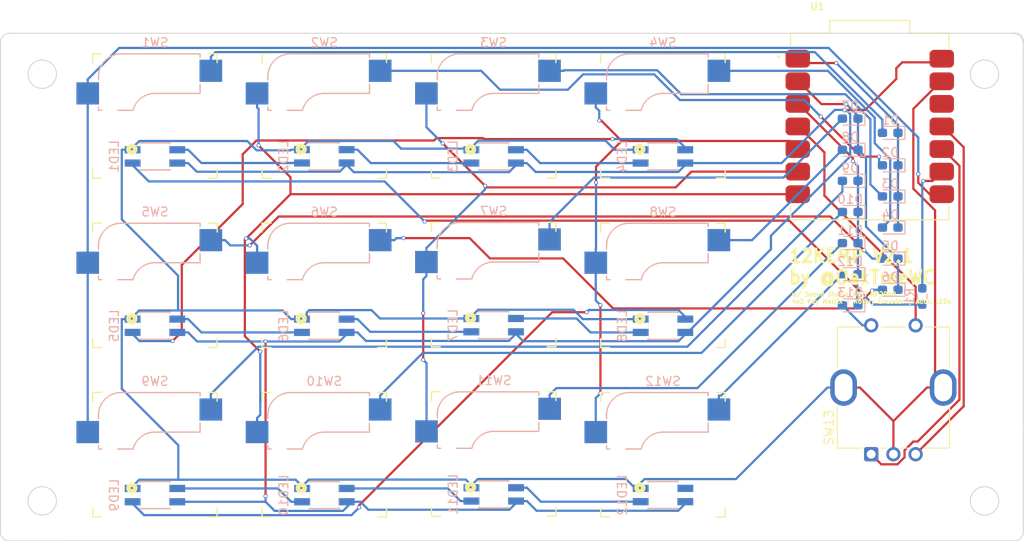
<source format=kicad_pcb>
(kicad_pcb (version 20240108) (generator "pcbnew") (generator_version "8.0")
  (layers (0 "F.Cu" signal) (31 "B.Cu" signal) (34 "B.Paste" user) (35 "F.Paste" user) (36 "B.SilkS" user "B.Silkscreen") (37 "F.SilkS" user "F.Silkscreen") (38 "B.Mask" user) (39 "F.Mask" user) (44 "Edge.Cuts" user))
  (net 0 "")
  (net 1 "GND")
  (net 2 "/Row1")
  (net 3 "Net-(D1-A)")
  (net 4 "/Row2")
  (net 5 "Net-(D2-A)")
  (net 6 "/Row3")
  (net 7 "Net-(D3-A)")
  (net 8 "Net-(D4-A)")
  (net 9 "Net-(D5-A)")
  (net 10 "Net-(D6-A)")
  (net 11 "Net-(D7-A)")
  (net 12 "Net-(D8-A)")
  (net 13 "Net-(D9-A)")
  (net 14 "Net-(D10-A)")
  (net 15 "Net-(D11-A)")
  (net 16 "Net-(D12-A)")
  (net 17 "/Col5")
  (net 18 "/Encoder_A")
  (net 19 "/Encoder_B")
  (net 20 "/Col1")
  (net 21 "/Col4")
  (net 22 "/Col2")
  (net 23 "/Col3")
  (net 24 "/NPDATA2")
  (net 25 "Net-(LED1-DOUT)")
  (net 26 "Net-(LED1-DIN)")
  (net 27 "Net-(LED2-DOUT)")
  (net 28 "Net-(LED3-DOUT)")
  (net 29 "Net-(LED4-DOUT)")
  (net 30 "Net-(LED5-DOUT)")
  (net 31 "Net-(LED6-DOUT)")
  (net 32 "Net-(LED7-DOUT)")
  (net 33 "Net-(LED8-DOUT)")
  (net 34 "Net-(LED10-DIN)")
  (net 35 "Net-(LED10-DOUT)")
  (net 36 "Net-(LED11-DOUT)")
  (net 38 "+5V")
  (net 39 "+3V3")
  (net 40 "Net-(D13-A)")
  (footprint "KalihChocV1:Kailh_socket_MX" (layer "F.Cu") (at 128.7275 70.7)
    (property "Reference" "SW2")
    (property "Value" "MXSocket")
  )
  (footprint "KalihChocV1:Kailh_socket_MX" (layer "F.Cu") (at 147.7775 89.67)
    (property "Reference" "SW7")
    (property "Value" "MXSocket")
  )
  (footprint "KalihChocV1:Kailh_socket_MX" (layer "F.Cu") (at 109.6775 89.75)
    (property "Reference" "SW5")
    (property "Value" "MXSocket")
  )
  (footprint "102010428:MODULE_102010428" (layer "F.Cu") (at 190.0895 71.88)
    (property "Reference" "U1")
    (property "Value" "102010428")
  )
  (footprint "KalihChocV1:Kailh_socket_MX" (layer "F.Cu") (at 147.79 108.72)
    (property "Reference" "SW11")
    (property "Value" "MXSocket")
  )
  (footprint "KalihChocV1:Kailh_socket_MX" (layer "F.Cu") (at 128.7275 108.8)
    (property "Reference" "SW10")
    (property "Value" "MXSocket")
  )
  (footprint "KalihChocV1:Kailh_socket_MX" (layer "F.Cu") (at 109.6775 70.7)
    (property "Reference" "SW1")
    (property "Value" "MXSocket")
  )
  (footprint "KalihChocV1:Kailh_socket_MX" (layer "F.Cu") (at 166.8275 89.75)
    (property "Reference" "SW8")
    (property "Value" "MXSocket")
  )
  (footprint "KalihChocV1:Kailh_socket_MX" (layer "F.Cu") (at 128.7275 89.75)
    (property "Reference" "SW6")
    (property "Value" "MXSocket")
  )
  (footprint "KalihChocV1:Kailh_socket_MX" (layer "F.Cu") (at 109.6775 108.8)
    (property "Reference" "SW9")
    (property "Value" "MXSocket")
  )
  (footprint "KalihChocV1:Kailh_socket_MX" (layer "F.Cu") (at 166.8275 108.8)
    (property "Reference" "SW12")
    (property "Value" "MXSocket")
  )
  (footprint "KalihChocV1:Kailh_socket_MX" (layer "F.Cu") (at 147.7775 70.7)
    (property "Reference" "SW3")
    (property "Value" "MXSocket")
  )
  (footprint "Rotary_Encoder:RotaryEncoder_Bourns_Vertical_PEC12R-3x17F-Sxxxx" (layer "F.Cu") (at 190.25 108.75 90)
    (property "Reference" "SW13")
    (property "Value" "RotaryEncoder_Switch")
  )
  (footprint "KalihChocV1:Kailh_socket_MX" (layer "F.Cu") (at 166.8275 70.7)
    (property "Reference" "SW4")
    (property "Value" "MXSocket")
  )
  (footprint "4960 NeoPixels:4960_ADA" (layer "B.Cu") (at 128.73 94.3 180)
    (property "Reference" "LED6")
    (property "Value" "NeoPixel_THT")
    (fp_line (start 1.65 -1.35) (end 1.65 1.35) (stroke (width 0.0254)) (layer "Edge.Cuts"))
    (fp_line (start -1.55 1.45) (end 1.55 1.45) (stroke (width 0.0254)) (layer "Edge.Cuts"))
    (fp_line (start -1.55 -1.45) (end 1.55 -1.45) (stroke (width 0.0254)) (layer "Edge.Cuts"))
    (fp_line (start -1.65 1.35) (end -1.65 -1.35) (stroke (width 0.0254)) (layer "Edge.Cuts"))
    (fp_arc (start 1.65 1.35) (mid 1.620711 1.420711) (end 1.55 1.45) (stroke (width 0.05)) (layer "Edge.Cuts"))
    (fp_arc (start 1.55 -1.45) (mid 1.620711 -1.420711) (end 1.65 -1.35) (stroke (width 0.05)) (layer "Edge.Cuts"))
    (fp_arc (start -1.55 1.45) (mid -1.620711 1.420711) (end -1.65 1.35) (stroke (width 0.05)) (layer "Edge.Cuts"))
    (fp_arc (start -1.65 -1.35) (mid -1.620711 -1.420711) (end -1.55 -1.45) (stroke (width 0.05)) (layer "Edge.Cuts"))
  )
  (footprint "Diode_SMD:D_0603_1608Metric_Pad1.05x0.95mm_HandSolder" (layer "B.Cu") (at 187.8895 74.5 180)
    (property "Reference" "D8")
    (property "Value" "D_Schottky")
  )
  (footprint "4960 NeoPixels:4960_ADA" (layer "B.Cu") (at 109.68 113.35 180)
    (property "Reference" "LED9")
    (property "Value" "NeoPixel_THT")
    (fp_line (start 1.65 -1.35) (end 1.65 1.35) (stroke (width 0.0254)) (layer "Edge.Cuts"))
    (fp_line (start -1.55 1.45) (end 1.55 1.45) (stroke (width 0.0254)) (layer "Edge.Cuts"))
    (fp_line (start -1.55 -1.45) (end 1.55 -1.45) (stroke (width 0.0254)) (layer "Edge.Cuts"))
    (fp_line (start -1.65 1.35) (end -1.65 -1.35) (stroke (width 0.0254)) (layer "Edge.Cuts"))
    (fp_arc (start 1.65 1.35) (mid 1.620711 1.420711) (end 1.55 1.45) (stroke (width 0.05)) (layer "Edge.Cuts"))
    (fp_arc (start 1.55 -1.45) (mid 1.620711 -1.420711) (end 1.65 -1.35) (stroke (width 0.05)) (layer "Edge.Cuts"))
    (fp_arc (start -1.55 1.45) (mid -1.620711 1.420711) (end -1.65 1.35) (stroke (width 0.05)) (layer "Edge.Cuts"))
    (fp_arc (start -1.65 -1.35) (mid -1.620711 -1.420711) (end -1.55 -1.45) (stroke (width 0.05)) (layer "Edge.Cuts"))
  )
  (footprint "Diode_SMD:D_0603_1608Metric_Pad1.05x0.95mm_HandSolder" (layer "B.Cu") (at 192.3895 79.75 180)
    (property "Reference" "D3")
    (property "Value" "D_Schottky")
  )
  (footprint "Diode_SMD:D_0603_1608Metric_Pad1.05x0.95mm_HandSolder" (layer "B.Cu") (at 192.3895 90.25 180)
    (property "Reference" "D6")
    (property "Value" "D_Schottky")
  )
  (footprint "4960 NeoPixels:4960_ADA" (layer "B.Cu") (at 109.68 75.25 180)
    (property "Reference" "LED1")
    (property "Value" "NeoPixel_THT")
    (fp_line (start 1.65 -1.35) (end 1.65 1.35) (stroke (width 0.0254)) (layer "Edge.Cuts"))
    (fp_line (start -1.55 1.45) (end 1.55 1.45) (stroke (width 0.0254)) (layer "Edge.Cuts"))
    (fp_line (start -1.55 -1.45) (end 1.55 -1.45) (stroke (width 0.0254)) (layer "Edge.Cuts"))
    (fp_line (start -1.65 1.35) (end -1.65 -1.35) (stroke (width 0.0254)) (layer "Edge.Cuts"))
    (fp_arc (start 1.65 1.35) (mid 1.620711 1.420711) (end 1.55 1.45) (stroke (width 0.05)) (layer "Edge.Cuts"))
    (fp_arc (start 1.55 -1.45) (mid 1.620711 -1.420711) (end 1.65 -1.35) (stroke (width 0.05)) (layer "Edge.Cuts"))
    (fp_arc (start -1.55 1.45) (mid -1.620711 1.420711) (end -1.65 1.35) (stroke (width 0.05)) (layer "Edge.Cuts"))
    (fp_arc (start -1.65 -1.35) (mid -1.620711 -1.420711) (end -1.55 -1.45) (stroke (width 0.05)) (layer "Edge.Cuts"))
  )
  (footprint "Diode_SMD:D_0603_1608Metric_Pad1.05x0.95mm_HandSolder" (layer "B.Cu") (at 187.8895 92 180)
    (property "Reference" "D13")
    (property "Value" "D_Schottky")
  )
  (footprint "Diode_SMD:D_0603_1608Metric_Pad1.05x0.95mm_HandSolder" (layer "B.Cu") (at 187.8895 85 180)
    (property "Reference" "D11")
    (property "Value" "D_Schottky")
  )
  (footprint "Diode_SMD:D_0603_1608Metric_Pad1.05x0.95mm_HandSolder" (layer "B.Cu") (at 192.3895 72.6 180)
    (property "Reference" "D1")
    (property "Value" "D_Schottky")
  )
  (footprint "4960 NeoPixels:4960_ADA" (layer "B.Cu") (at 147.78 75.25 180)
    (property "Reference" "LED3")
    (property "Value" "NeoPixel_THT")
    (fp_line (start 1.65 -1.35) (end 1.65 1.35) (stroke (width 0.0254)) (layer "Edge.Cuts"))
    (fp_line (start -1.55 1.45) (end 1.55 1.45) (stroke (width 0.0254)) (layer "Edge.Cuts"))
    (fp_line (start -1.55 -1.45) (end 1.55 -1.45) (stroke (width 0.0254)) (layer "Edge.Cuts"))
    (fp_line (start -1.65 1.35) (end -1.65 -1.35) (stroke (width 0.0254)) (layer "Edge.Cuts"))
    (fp_arc (start 1.65 1.35) (mid 1.620711 1.420711) (end 1.55 1.45) (stroke (width 0.05)) (layer "Edge.Cuts"))
    (fp_arc (start 1.55 -1.45) (mid 1.620711 -1.420711) (end 1.65 -1.35) (stroke (width 0.05)) (layer "Edge.Cuts"))
    (fp_arc (start -1.55 1.45) (mid -1.620711 1.420711) (end -1.65 1.35) (stroke (width 0.05)) (layer "Edge.Cuts"))
    (fp_arc (start -1.65 -1.35) (mid -1.620711 -1.420711) (end -1.55 -1.45) (stroke (width 0.05)) (layer "Edge.Cuts"))
  )
  (footprint "Diode_SMD:D_0603_1608Metric_Pad1.05x0.95mm_HandSolder" (layer "B.Cu") (at 187.8895 81.5 180)
    (property "Reference" "D10")
    (property "Value" "D_Schottky")
  )
  (footprint "4960 NeoPixels:4960_ADA" (layer "B.Cu") (at 166.82 75.25 180)
    (property "Reference" "LED4")
    (property "Value" "NeoPixel_THT")
    (fp_line (start 1.65 -1.35) (end 1.65 1.35) (stroke (width 0.0254)) (layer "Edge.Cuts"))
    (fp_line (start -1.55 1.45) (end 1.55 1.45) (stroke (width 0.0254)) (layer "Edge.Cuts"))
    (fp_line (start -1.55 -1.45) (end 1.55 -1.45) (stroke (width 0.0254)) (layer "Edge.Cuts"))
    (fp_line (start -1.65 1.35) (end -1.65 -1.35) (stroke (width 0.0254)) (layer "Edge.Cuts"))
    (fp_arc (start 1.65 1.35) (mid 1.620711 1.420711) (end 1.55 1.45) (stroke (width 0.05)) (layer "Edge.Cuts"))
    (fp_arc (start 1.55 -1.45) (mid 1.620711 -1.420711) (end 1.65 -1.35) (stroke (width 0.05)) (layer "Edge.Cuts"))
    (fp_arc (start -1.55 1.45) (mid -1.620711 1.420711) (end -1.65 1.35) (stroke (width 0.05)) (layer "Edge.Cuts"))
    (fp_arc (start -1.65 -1.35) (mid -1.620711 -1.420711) (end -1.55 -1.45) (stroke (width 0.05)) (layer "Edge.Cuts"))
  )
  (footprint "4960 NeoPixels:4960_ADA" (layer "B.Cu") (at 109.68 94.3 180)
    (property "Reference" "LED5")
    (property "Value" "NeoPixel_THT")
    (fp_line (start 1.65 -1.35) (end 1.65 1.35) (stroke (width 0.0254)) (layer "Edge.Cuts"))
    (fp_line (start -1.55 1.45) (end 1.55 1.45) (stroke (width 0.0254)) (layer "Edge.Cuts"))
    (fp_line (start -1.55 -1.45) (end 1.55 -1.45) (stroke (width 0.0254)) (layer "Edge.Cuts"))
    (fp_line (start -1.65 1.35) (end -1.65 -1.35) (stroke (width 0.0254)) (layer "Edge.Cuts"))
    (fp_arc (start 1.65 1.35) (mid 1.620711 1.420711) (end 1.55 1.45) (stroke (width 0.05)) (layer "Edge.Cuts"))
    (fp_arc (start 1.55 -1.45) (mid 1.620711 -1.420711) (end 1.65 -1.35) (stroke (width 0.05)) (layer "Edge.Cuts"))
    (fp_arc (start -1.55 1.45) (mid -1.620711 1.420711) (end -1.65 1.35) (stroke (width 0.05)) (layer "Edge.Cuts"))
    (fp_arc (start -1.65 -1.35) (mid -1.620711 -1.420711) (end -1.55 -1.45) (stroke (width 0.05)) (layer "Edge.Cuts"))
  )
  (footprint "4960 NeoPixels:4960_ADA" (layer "B.Cu") (at 166.83 94.3 180)
    (property "Reference" "LED8")
    (property "Value" "NeoPixel_THT")
    (fp_line (start 1.65 -1.35) (end 1.65 1.35) (stroke (width 0.0254)) (layer "Edge.Cuts"))
    (fp_line (start -1.55 1.45) (end 1.55 1.45) (stroke (width 0.0254)) (layer "Edge.Cuts"))
    (fp_line (start -1.55 -1.45) (end 1.55 -1.45) (stroke (width 0.0254)) (layer "Edge.Cuts"))
    (fp_line (start -1.65 1.35) (end -1.65 -1.35) (stroke (width 0.0254)) (layer "Edge.Cuts"))
    (fp_arc (start 1.65 1.35) (mid 1.620711 1.420711) (end 1.55 1.45) (stroke (width 0.05)) (layer "Edge.Cuts"))
    (fp_arc (start 1.55 -1.45) (mid 1.620711 -1.420711) (end 1.65 -1.35) (stroke (width 0.05)) (layer "Edge.Cuts"))
    (fp_arc (start -1.55 1.45) (mid -1.620711 1.420711) (end -1.65 1.35) (stroke (width 0.05)) (layer "Edge.Cuts"))
    (fp_arc (start -1.65 -1.35) (mid -1.620711 -1.420711) (end -1.55 -1.45) (stroke (width 0.05)) (layer "Edge.Cuts"))
  )
  (footprint "Diode_SMD:D_0603_1608Metric_Pad1.05x0.95mm_HandSolder" (layer "B.Cu") (at 192.3895 86.75 180)
    (property "Reference" "D5")
    (property "Value" "D_Schottky")
  )
  (footprint "Diode_SMD:D_0603_1608Metric_Pad1.05x0.95mm_HandSolder" (layer "B.Cu") (at 187.8895 78 180)
    (property "Reference" "D9")
    (property "Value" "D_Schottky")
  )
  (footprint "4960 NeoPixels:4960_ADA" (layer "B.Cu") (at 147.78 94.23 180)
    (property "Reference" "LED7")
    (property "Value" "NeoPixel_THT")
    (fp_line (start 1.65 -1.35) (end 1.65 1.35) (stroke (width 0.0254)) (layer "Edge.Cuts"))
    (fp_line (start -1.55 1.45) (end 1.55 1.45) (stroke (width 0.0254)) (layer "Edge.Cuts"))
    (fp_line (start -1.55 -1.45) (end 1.55 -1.45) (stroke (width 0.0254)) (layer "Edge.Cuts"))
    (fp_line (start -1.65 1.35) (end -1.65 -1.35) (stroke (width 0.0254)) (layer "Edge.Cuts"))
    (fp_arc (start 1.65 1.35) (mid 1.620711 1.420711) (end 1.55 1.45) (stroke (width 0.05)) (layer "Edge.Cuts"))
    (fp_arc (start 1.55 -1.45) (mid 1.620711 -1.420711) (end 1.65 -1.35) (stroke (width 0.05)) (layer "Edge.Cuts"))
    (fp_arc (start -1.55 1.45) (mid -1.620711 1.420711) (end -1.65 1.35) (stroke (width 0.05)) (layer "Edge.Cuts"))
    (fp_arc (start -1.65 -1.35) (mid -1.620711 -1.420711) (end -1.55 -1.45) (stroke (width 0.05)) (layer "Edge.Cuts"))
  )
  (footprint "4960 NeoPixels:4960_ADA" (layer "B.Cu") (at 166.83 113.34 180)
    (property "Reference" "LED12")
    (property "Value" "NeoPixel_THT")
    (fp_line (start 1.65 -1.35) (end 1.65 1.35) (stroke (width 0.0254)) (layer "Edge.Cuts"))
    (fp_line (start -1.55 1.45) (end 1.55 1.45) (stroke (width 0.0254)) (layer "Edge.Cuts"))
    (fp_line (start -1.55 -1.45) (end 1.55 -1.45) (stroke (width 0.0254)) (layer "Edge.Cuts"))
    (fp_line (start -1.65 1.35) (end -1.65 -1.35) (stroke (width 0.0254)) (layer "Edge.Cuts"))
    (fp_arc (start 1.65 1.35) (mid 1.620711 1.420711) (end 1.55 1.45) (stroke (width 0.05)) (layer "Edge.Cuts"))
    (fp_arc (start 1.55 -1.45) (mid 1.620711 -1.420711) (end 1.65 -1.35) (stroke (width 0.05)) (layer "Edge.Cuts"))
    (fp_arc (start -1.55 1.45) (mid -1.620711 1.420711) (end -1.65 1.35) (stroke (width 0.05)) (layer "Edge.Cuts"))
    (fp_arc (start -1.65 -1.35) (mid -1.620711 -1.420711) (end -1.55 -1.45) (stroke (width 0.05)) (layer "Edge.Cuts"))
  )
  (footprint "Resistor_SMD:R_0603_1608Metric_Pad0.98x0.95mm_HandSolder" (layer "B.Cu") (at 196 91 -90)
    (property "Reference" "R1")
    (property "Value" "390o")
  )
  (footprint "4960 NeoPixels:4960_ADA" (layer "B.Cu") (at 128.73 75.24 180)
    (property "Reference" "LED2")
    (property "Value" "NeoPixel_THT")
    (fp_line (start 1.65 -1.35) (end 1.65 1.35) (stroke (width 0.0254)) (layer "Edge.Cuts"))
    (fp_line (start -1.55 1.45) (end 1.55 1.45) (stroke (width 0.0254)) (layer "Edge.Cuts"))
    (fp_line (start -1.55 -1.45) (end 1.55 -1.45) (stroke (width 0.0254)) (layer "Edge.Cuts"))
    (fp_line (start -1.65 1.35) (end -1.65 -1.35) (stroke (width 0.0254)) (layer "Edge.Cuts"))
    (fp_arc (start 1.65 1.35) (mid 1.620711 1.420711) (end 1.55 1.45) (stroke (width 0.05)) (layer "Edge.Cuts"))
    (fp_arc (start 1.55 -1.45) (mid 1.620711 -1.420711) (end 1.65 -1.35) (stroke (width 0.05)) (layer "Edge.Cuts"))
    (fp_arc (start -1.55 1.45) (mid -1.620711 1.420711) (end -1.65 1.35) (stroke (width 0.05)) (layer "Edge.Cuts"))
    (fp_arc (start -1.65 -1.35) (mid -1.620711 -1.420711) (end -1.55 -1.45) (stroke (width 0.05)) (layer "Edge.Cuts"))
  )
  (footprint "4960 NeoPixels:4960_ADA" (layer "B.Cu") (at 128.74 113.35 180)
    (property "Reference" "LED10")
    (property "Value" "NeoPixel_THT")
    (fp_line (start 1.65 -1.35) (end 1.65 1.35) (stroke (width 0.0254)) (layer "Edge.Cuts"))
    (fp_line (start -1.55 1.45) (end 1.55 1.45) (stroke (width 0.0254)) (layer "Edge.Cuts"))
    (fp_line (start -1.55 -1.45) (end 1.55 -1.45) (stroke (width 0.0254)) (layer "Edge.Cuts"))
    (fp_line (start -1.65 1.35) (end -1.65 -1.35) (stroke (width 0.0254)) (layer "Edge.Cuts"))
    (fp_arc (start 1.65 1.35) (mid 1.620711 1.420711) (end 1.55 1.45) (stroke (width 0.05)) (layer "Edge.Cuts"))
    (fp_arc (start 1.55 -1.45) (mid 1.620711 -1.420711) (end 1.65 -1.35) (stroke (width 0.05)) (layer "Edge.Cuts"))
    (fp_arc (start -1.55 1.45) (mid -1.620711 1.420711) (end -1.65 1.35) (stroke (width 0.05)) (layer "Edge.Cuts"))
    (fp_arc (start -1.65 -1.35) (mid -1.620711 -1.420711) (end -1.55 -1.45) (stroke (width 0.05)) (layer "Edge.Cuts"))
  )
  (footprint "4960 NeoPixels:4960_ADA" (layer "B.Cu") (at 147.79 113.27 180)
    (property "Reference" "LED11")
    (property "Value" "NeoPixel_THT")
    (fp_line (start 1.65 -1.35) (end 1.65 1.35) (stroke (width 0.0254)) (layer "Edge.Cuts"))
    (fp_line (start -1.55 1.45) (end 1.55 1.45) (stroke (width 0.0254)) (layer "Edge.Cuts"))
    (fp_line (start -1.55 -1.45) (end 1.55 -1.45) (stroke (width 0.0254)) (layer "Edge.Cuts"))
    (fp_line (start -1.65 1.35) (end -1.65 -1.35) (stroke (width 0.0254)) (layer "Edge.Cuts"))
    (fp_arc (start 1.65 1.35) (mid 1.620711 1.420711) (end 1.55 1.45) (stroke (width 0.05)) (layer "Edge.Cuts"))
    (fp_arc (start 1.55 -1.45) (mid 1.620711 -1.420711) (end 1.65 -1.35) (stroke (width 0.05)) (layer "Edge.Cuts"))
    (fp_arc (start -1.55 1.45) (mid -1.620711 1.420711) (end -1.65 1.35) (stroke (width 0.05)) (layer "Edge.Cuts"))
    (fp_arc (start -1.65 -1.35) (mid -1.620711 -1.420711) (end -1.55 -1.45) (stroke (width 0.05)) (layer "Edge.Cuts"))
  )
  (footprint "Diode_SMD:D_0603_1608Metric_Pad1.05x0.95mm_HandSolder" (layer "B.Cu") (at 187.8895 88.5 180)
    (property "Reference" "D12")
    (property "Value" "D_Schottky")
  )
  (footprint "Diode_SMD:D_0603_1608Metric_Pad1.05x0.95mm_HandSolder" (layer "B.Cu") (at 192.3895 76.25 180)
    (property "Reference" "D2")
    (property "Value" "D_Schottky")
  )
  (footprint "Diode_SMD:D_0603_1608Metric_Pad1.05x0.95mm_HandSolder" (layer "B.Cu") (at 192.3895 83.25 180)
    (property "Reference" "D4")
    (property "Value" "D_Schottky")
  )
  (footprint "Diode_SMD:D_0603_1608Metric_Pad1.05x0.95mm_HandSolder" (layer "B.Cu") (at 187.8895 71 180)
    (property "Reference" "D7")
    (property "Value" "D_Schottky")
  )
  (gr_arc (start 207.36 117.492889) (mid 207.067109 118.2) (end 206.36 118.492889) (stroke (width 0.1)) (layer "Edge.Cuts"))
  (gr_arc (start 92.3 62.4) (mid 92.592893 61.692893) (end 93.3 61.4) (stroke (width 0.1)) (layer "Edge.Cuts"))
  (gr_line (start 207.35 62.4) (end 207.36 117.492889) (stroke (width 0.1)) (layer "Edge.Cuts"))
  (gr_line (start 198.2 61.4) (end 206.35 61.4) (stroke (width 0.1)) (layer "Edge.Cuts"))
  (gr_arc (start 93.3 118.5) (mid 92.592893 118.207107) (end 92.3 117.5) (stroke (width 0.1)) (layer "Edge.Cuts"))
  (gr_circle (center 203 66) (end 201.4 66) (stroke (width 0.1)) (fill none) (layer "Edge.Cuts"))
  (gr_line (start 92.3 117.5) (end 92.3 62.4) (stroke (width 0.1)) (layer "Edge.Cuts"))
  (gr_arc (start 206.35 61.4) (mid 207.057107 61.692893) (end 207.35 62.4) (stroke (width 0.2)) (layer "Edge.Cuts"))
  (gr_circle (center 97 114) (end 97 112.4) (stroke (width 0.1)) (fill none) (layer "Edge.Cuts"))
  (gr_circle (center 97 66) (end 96.98 64.4) (stroke (width 0.1)) (fill none) (layer "Edge.Cuts"))
  (gr_line (start 206.36 118.492889) (end 93.3 118.5) (stroke (width 0.1)) (layer "Edge.Cuts"))
  (gr_circle (center 203 114) (end 201.4 113.997111) (stroke (width 0.1)) (fill none) (layer "Edge.Cuts"))
  (gr_line (start 93.3 61.4) (end 198.2 61.4) (stroke (width 0.1)) (layer "Edge.Cuts"))
  (gr_text "12KEMP V2.1\nby @OakTreeWC" (at 180.85 89.75 0) (layer "F.SilkS") (effects (font (size 1.5 1.4) (thickness 0.3) (bold yes)) (justify left bottom)))
  (gr_text "w/ Seeed Studio XIAO RP2040\n4x3 Key Matrix | Rotary Encoder | Addr. LEDs" (at 181.25 91.85 0) (layer "F.SilkS") (effects (font (size 0.5 0.5) (thickness 0.125) (bold yes)) (justify left bottom)))
  (segment (start 192.75 105.0231) (end 188.9769 101.25) (width 0.25) (layer "F.Cu") (net 1))
  (segment (start 197.4366 101.25) (end 197.4366 81.3217) (width 0.25) (layer "F.Cu") (net 1))
  (segment (start 198.0936 66.8) (end 198.1895 66.8) (width 0.25) (layer "F.Cu") (net 1))
  (segment (start 187.15 101.25) (end 188.9769 101.25) (width 0.25) (layer "F.Cu") (net 1))
  (segment (start 194.9911 69.9025) (end 198.0936 66.8) (width 0.25) (layer "F.Cu") (net 1))
  (segment (start 192.75 108.75) (end 192.75 105.0231) (width 0.25) (layer "F.Cu") (net 1))
  (segment (start 198.35 101.25) (end 197.4366 101.25) (width 0.25) (layer "F.Cu") (net 1))
  (segment (start 194.9911 78.8762) (end 194.9911 69.9025) (width 0.25) (layer "F.Cu") (net 1))
  (segment (start 197.4366 81.3217) (end 194.9911 78.8762) (width 0.25) (layer "F.Cu") (net 1))
  (segment (start 197.4366 101.25) (end 196.5231 101.25) (width 0.25) (layer "F.Cu") (net 1))
  (segment (start 192.75 105.0231) (end 196.5231 101.25) (width 0.25) (layer "F.Cu") (net 1))
  (segment (start 164.7578 111.5467) (end 175.0264 111.5467) (width 0.25) (layer "B.Cu") (net 1))
  (segment (start 145.2881 112.2486) (end 145.2881 112.5207) (width 0.25) (layer "B.Cu") (net 1))
  (segment (start 187.15 101.25) (end 185.3231 101.25) (width 0.25) (layer "B.Cu") (net 1))
  (segment (start 126.9569 73.5134) (end 126.2281 74.2422) (width 0.25) (layer "B.Cu") (net 1))
  (segment (start 120.0666 73.5189) (end 121.1091 74.5614) (width 0.25) (layer "B.Cu") (net 1))
  (segment (start 156.7625 92.4969) (end 146.0382 92.4969) (width 0.25) (layer "B.Cu") (net 1))
  (segment (start 145.2781 74.5007) (end 145.2781 74.3759) (width 0.25) (layer "B.Cu") (net 1))
  (segment (start 107.1781 74.2511) (end 107.9103 73.5189) (width 0.25) (layer "B.Cu") (net 1))
  (segment (start 161.3916 74.5007) (end 163.0895 74.5007) (width 0.25) (layer "B.Cu") (net 1))
  (segment (start 164.3281 93.5507) (end 163.0995 93.5507) (width 0.25) (layer "B.Cu") (net 1))
  (segment (start 107.1781 93.5507) (end 105.9495 93.5507) (width 0.25) (layer "B.Cu") (net 1))
  (segment (start 126.7507 93.0282) (end 126.7506 93.0282) (width 0.25) (layer "B.Cu") (net 1))
  (segment (start 107.1781 93.301) (end 107.1781 93.5507) (width 0.25) (layer "B.Cu") (net 1))
  (segment (start 145.2781 74.2511) (end 146.0556 73.4736) (width 0.25) (layer "B.Cu") (net 1))
  (segment (start 107.1781 74.5007) (end 107.1781 74.2511) (width 0.25) (layer "B.Cu") (net 1))
  (segment (start 105.9495 101.3784) (end 112.3064 107.7353) (width 0.25) (layer "B.Cu") (net 1))
  (segment (start 126.2281 74.2422) (end 126.2281 74.4907) (width 0.25) (layer "B.Cu") (net 1))
  (segment (start 107.9103 111.6189) (end 107.1781 112.3511) (width 0.25) (layer "B.Cu") (net 1))
  (segment (start 146.0382 92.4969) (end 145.2781 93.257) (width 0.25) (layer "B.Cu") (net 1))
  (segment (start 163.0995 93.5507) (end 157.8163 93.5507) (width 0.25) (layer "B.Cu") (net 1))
  (segment (start 107.1781 112.3511) (end 107.1781 112.6007) (width 0.25) (layer "B.Cu") (net 1))
  (segment (start 126.2381 112.3518) (end 125.5052 111.6189) (width 0.25) (layer "B.Cu") (net 1))
  (segment (start 105.9495 93.5507) (end 105.9495 101.3784) (width 0.25) (layer "B.Cu") (net 1))
  (segment (start 112.2803 92.5761) (end 107.903 92.5761) (width 0.25) (layer "B.Cu") (net 1))
  (segment (start 124.9288 74.5614) (end 124.9995 74.4907) (width 0.25) (layer "B.Cu") (net 1))
  (segment (start 146.0012 111.5355) (end 145.2881 112.2486) (width 0.25) (layer "B.Cu") (net 1))
  (segment (start 121.1091 74.5614) (end 124.9288 74.5614) (width 0.25) (layer "B.Cu") (net 1))
  (segment (start 136.5044 73.5134) (end 126.9569 73.5134) (width 0.25) (layer "B.Cu") (net 1))
  (segment (start 163.7138 112.5907) (end 164.7578 111.5467) (width 0.25) (layer "B.Cu") (net 1))
  (segment (start 134.0425 92.5394) (end 127.0313 92.5394) (width 0.25) (layer "B.Cu") (net 1))
  (segment (start 163.7138 112.5907) (end 162.6586 111.5355) (width 0.25) (layer "B.Cu") (net 1))
  (segment (start 145.2881 112.2486) (end 144.6433 111.6038) (width 0.25) (layer "B.Cu") (net 1))
  (segment (start 112.2803 88.6592) (end 105.9495 82.3284) (width 0.25) (layer "B.Cu") (net 1))
  (segment (start 137.3669 74.3759) (end 136.5044 73.5134) (width 0.25) (layer "B.Cu") (net 1))
  (segment (start 157.8163 93.5507) (end 156.7625 92.4969) (width 0.25) (layer "B.Cu") (net 1))
  (segment (start 126.7507 92.82) (end 126.7507 93.0282) (width 0.25) (layer "B.Cu") (net 1))
  (segment (start 125.5052 111.6189) (end 112.3064 111.6189) (width 0.25) (layer "B.Cu") (net 1))
  (segment (start 162.6586 111.5355) (end 146.0012 111.5355) (width 0.25) (layer "B.Cu") (net 1))
  (segment (start 126.2281 93.5507) (end 124.9995 93.5507) (width 0.25) (layer "B.Cu") (net 1))
  (segment (start 164.3181 74.5007) (end 163.0895 74.5007) (width 0.25) (layer "B.Cu") (net 1))
  (segment (start 105.9495 82.3284) (end 105.9495 74.5007) (width 0.25) (layer "B.Cu") (net 1))
  (segment (start 112.3064 111.6189) (end 107.9103 111.6189) (width 0.25) (layer "B.Cu") (net 1))
  (segment (start 160.3645 73.4736) (end 161.3916 74.5007) (width 0.25) (layer "B.Cu") (net 1))
  (segment (start 126.7506 93.0282) (end 126.2281 93.5507) (width 0.25) (layer "B.Cu") (net 1))
  (segment (start 145.2781 74.3759) (end 145.2781 74.2511) (width 0.25) (layer "B.Cu") (net 1))
  (segment (start 145.2781 93.4807) (end 134.9838 93.4807) (width 0.25) (layer "B.Cu") (net 1))
  (segment (start 146.0556 73.4736) (end 160.3645 73.4736) (width 0.25) (layer "B.Cu") (net 1))
  (segment (start 127.0313 92.5394) (end 126.7507 92.82) (width 0.25) (layer "B.Cu") (net 1))
  (segment (start 126.9861 111.6038) (end 126.2381 112.3518) (width 0.25) (layer "B.Cu") (net 1))
  (segment (start 107.903 92.5761) (end 107.1781 93.301) (width 0.25) (layer "B.Cu") (net 1))
  (segment (start 126.2281 74.4907) (end 124.9995 74.4907) (width 0.25) (layer "B.Cu") (net 1))
  (segment (start 145.2781 74.3759) (end 137.3669 74.3759) (width 0.25) (layer "B.Cu") (net 1))
  (segment (start 124.9995 93.5507) (end 124.0249 92.5761) (width 0.25) (layer "B.Cu") (net 1))
  (segment (start 107.9103 73.5189) (end 120.0666 73.5189) (width 0.25) (layer "B.Cu") (net 1))
  (segment (start 175.0264 111.5467) (end 185.3231 101.25) (width 0.25) (layer "B.Cu") (net 1))
  (segment (start 145.2781 93.257) (end 145.2781 93.4807) (width 0.25) (layer "B.Cu") (net 1))
  (segment (start 112.2803 92.5761) (end 112.2803 88.6592) (width 0.25) (layer "B.Cu") (net 1))
  (segment (start 134.9838 93.4807) (end 134.0425 92.5394) (width 0.25) (layer "B.Cu") (net 1))
  (segment (start 126.2381 112.3518) (end 126.2381 112.6007) (width 0.25) (layer "B.Cu") (net 1))
  (segment (start 112.3064 107.7353) (end 112.3064 111.6189) (width 0.25) (layer "B.Cu") (net 1))
  (segment (start 107.1781 74.5007) (end 105.9495 74.5007) (width 0.25) (layer "B.Cu") (net 1))
  (segment (start 144.6433 111.6038) (end 126.9861 111.6038) (width 0.25) (layer "B.Cu") (net 1))
  (segment (start 164.3281 112.5907) (end 163.7138 112.5907) (width 0.25) (layer "B.Cu") (net 1))
  (segment (start 124.0249 92.5761) (end 112.2803 92.5761) (width 0.25) (layer "B.Cu") (net 1))
  (segment (start 182.4755 64.746) (end 181.9895 64.26) (width 0.25) (layer "F.Cu") (net 2))
  (segment (start 186.323 64.746) (end 182.4755 64.746) (width 0.25) (layer "F.Cu") (net 2))
  (via (at 186.323 64.746) (size 0.45) (drill 0.3) (layers "F.Cu" "B.Cu") (net 2))
  (segment (start 193.2645 79.75) (end 193.2645 76.25) (width 0.25) (layer "B.Cu") (net 2))
  (segment (start 193.2645 76.25) (end 193.2645 72.6) (width 0.25) (layer "B.Cu") (net 2))
  (segment (start 193.2645 72.6) (end 193.2645 71.6875) (width 0.25) (layer "B.Cu") (net 2))
  (segment (start 193.2645 71.6875) (end 186.323 64.746) (width 0.25) (layer "B.Cu") (net 2))
  (segment (start 193.2645 83.25) (end 193.2645 79.75) (width 0.25) (layer "B.Cu") (net 2))
  (segment (start 191.5145 71.1203) (end 183.9073 63.5131) (width 0.25) (layer "B.Cu") (net 3))
  (segment (start 191.5145 72.6) (end 191.5145 71.1203) (width 0.25) (layer "B.Cu") (net 3))
  (segment (start 183.9073 63.5131) (end 116.4975 63.5131) (width 0.25) (layer "B.Cu") (net 3))
  (segment (start 116.4975 63.5131) (end 115.9675 64.0431) (width 0.25) (layer "B.Cu") (net 3))
  (segment (start 115.9675 65.62) (end 115.9675 64.0431) (width 0.25) (layer "B.Cu") (net 3))
  (segment (start 184.6506 69.3652) (end 187.4397 69.3652) (width 0.25) (layer "F.Cu") (net 4))
  (segment (start 181.9895 66.8) (end 182.0854 66.8) (width 0.25) (layer "F.Cu") (net 4))
  (segment (start 182.0854 66.8) (end 184.6506 69.3652) (width 0.25) (layer "F.Cu") (net 4))
  (via (at 187.4397 69.3652) (size 0.45) (drill 0.3) (layers "F.Cu" "B.Cu") (net 4))
  (segment (start 193.2645 90.25) (end 193.2645 86.75) (width 0.25) (layer "B.Cu") (net 4))
  (segment (start 188.7645 74.5) (end 189.6672 75.4027) (width 0.25) (layer "B.Cu") (net 4))
  (segment (start 188.7645 74.5) (end 188.7645 71) (width 0.25) (layer "B.Cu") (net 4))
  (segment (start 189.6672 83.1527) (end 193.2645 86.75) (width 0.25) (layer "B.Cu") (net 4))
  (segment (start 187.4397 69.3652) (end 188.7645 70.69) (width 0.25) (layer "B.Cu") (net 4))
  (segment (start 188.7645 70.69) (end 188.7645 71) (width 0.25) (layer "B.Cu") (net 4))
  (segment (start 189.6672 75.4027) (end 189.6672 83.1527) (width 0.25) (layer "B.Cu") (net 4))
  (segment (start 189.0829 75.273) (end 184.5843 70.7744) (width 0.25) (layer "F.Cu") (net 5))
  (segment (start 191.1413 75.273) (end 189.0829 75.273) (width 0.25) (layer "F.Cu") (net 5))
  (via (at 191.1413 75.273) (size 0.45) (drill 0.3) (layers "F.Cu" "B.Cu") (net 5))
  (via (at 184.5843 70.7744) (size 0.45) (drill 0.3) (layers "F.Cu" "B.Cu") (net 5))
  (segment (start 191.1413 75.8768) (end 191.1413 75.273) (width 0.25) (layer "B.Cu") (net 5))
  (segment (start 148.4989 67.7454) (end 156.1175 67.7454) (width 0.25) (layer "B.Cu") (net 5))
  (segment (start 146.3735 65.62) (end 148.4989 67.7454) (width 0.25) (layer "B.Cu") (net 5))
  (segment (start 182.7175 68.9076) (end 184.5843 70.7744) (width 0.25) (layer "B.Cu") (net 5))
  (segment (start 168.7342 68.9076) (end 182.7175 68.9076) (width 0.25) (layer "B.Cu") (net 5))
  (segment (start 191.5145 76.25) (end 191.1413 75.8768) (width 0.25) (layer "B.Cu") (net 5))
  (segment (start 135.0175 65.62) (end 146.3735 65.62) (width 0.25) (layer "B.Cu") (net 5))
  (segment (start 157.8429 66.02) (end 165.8466 66.02) (width 0.25) (layer "B.Cu") (net 5))
  (segment (start 165.8466 66.02) (end 168.7342 68.9076) (width 0.25) (layer "B.Cu") (net 5))
  (segment (start 156.1175 67.7454) (end 157.8429 66.02) (width 0.25) (layer "B.Cu") (net 5))
  (segment (start 182.0802 69.34) (end 181.9895 69.34) (width 0.25) (layer "F.Cu") (net 6))
  (segment (start 188.1922 75.452) (end 182.0802 69.34) (width 0.25) (layer "F.Cu") (net 6))
  (segment (start 188.1922 75.7799) (end 188.1922 75.452) (width 0.25) (layer "F.Cu") (net 6))
  (via (at 188.1922 75.7799) (size 0.45) (drill 0.3) (layers "F.Cu" "B.Cu") (net 6))
  (segment (start 188.7645 85) (end 188.7645 81.5) (width 0.25) (layer "B.Cu") (net 6))
  (segment (start 188.7645 81.5) (end 188.7645 78) (width 0.25) (layer "B.Cu") (net 6))
  (segment (start 188.7645 78) (end 188.7645 76.3522) (width 0.25) (layer "B.Cu") (net 6))
  (segment (start 188.7645 88.5) (end 188.6663 88.5982) (width 0.25) (layer "B.Cu") (net 6))
  (segment (start 188.7645 88.5) (end 188.7645 85) (width 0.25) (layer "B.Cu") (net 6))
  (segment (start 188.6663 88.5982) (end 188.6663 91.9018) (width 0.25) (layer "B.Cu") (net 6))
  (segment (start 188.6663 91.9018) (end 188.7645 92) (width 0.25) (layer "B.Cu") (net 6))
  (segment (start 188.7645 76.3522) (end 188.1922 75.7799) (width 0.25) (layer "B.Cu") (net 6))
  (segment (start 190.1603 78.3958) (end 191.5145 79.75) (width 0.25) (layer "B.Cu") (net 7))
  (segment (start 190.1603 71.0698) (end 190.1603 78.3958) (width 0.25) (layer "B.Cu") (net 7))
  (segment (start 187.3411 68.2506) (end 190.1603 71.0698) (width 0.25) (layer "B.Cu") (net 7))
  (segment (start 166.1746 65.5567) (end 168.8685 68.2506) (width 0.25) (layer "B.Cu") (net 7))
  (segment (start 168.8685 68.2506) (end 187.3411 68.2506) (width 0.25) (layer "B.Cu") (net 7))
  (segment (start 155.6694 65.62) (end 155.7327 65.5567) (width 0.25) (layer "B.Cu") (net 7))
  (segment (start 154.0675 65.62) (end 155.6694 65.62) (width 0.25) (layer "B.Cu") (net 7))
  (segment (start 155.7327 65.5567) (end 166.1746 65.5567) (width 0.25) (layer "B.Cu") (net 7))
  (segment (start 173.1175 65.62) (end 174.7194 65.62) (width 0.25) (layer "B.Cu") (net 8))
  (segment (start 190.6496 70.8945) (end 185.3751 65.62) (width 0.25) (layer "B.Cu") (net 8))
  (segment (start 185.3751 65.62) (end 174.7194 65.62) (width 0.25) (layer "B.Cu") (net 8))
  (segment (start 191.5145 83.25) (end 192.3895 82.375) (width 0.25) (layer "B.Cu") (net 8))
  (segment (start 190.6496 73.7751) (end 190.6496 70.8945) (width 0.25) (layer "B.Cu") (net 8))
  (segment (start 192.3895 82.375) (end 192.3895 75.515) (width 0.25) (layer "B.Cu") (net 8))
  (segment (start 192.3895 75.515) (end 190.6496 73.7751) (width 0.25) (layer "B.Cu") (net 8))
  (segment (start 123.5926 82.0118) (end 120.3448 85.2596) (width 0.25) (layer "F.Cu") (net 9))
  (segment (start 189.4558 85.8127) (end 185.6549 82.0118) (width 0.25) (layer "F.Cu") (net 9))
  (segment (start 185.6549 82.0118) (end 123.5926 82.0118) (width 0.25) (layer "F.Cu") (net 9))
  (via (at 120.3448 85.2596) (size 0.45) (drill 0.3) (layers "F.Cu" "B.Cu") (net 9))
  (via (at 189.4558 85.8127) (size 0.45) (drill 0.3) (layers "F.Cu" "B.Cu") (net 9))
  (segment (start 118.159 85.2596) (end 117.5694 84.67) (width 0.25) (layer "B.Cu") (net 9))
  (segment (start 120.3448 85.2596) (end 118.159 85.2596) (width 0.25) (layer "B.Cu") (net 9))
  (segment (start 190.3931 86.75) (end 189.4558 85.8127) (width 0.25) (layer "B.Cu") (net 9))
  (segment (start 115.9675 84.67) (end 117.5694 84.67) (width 0.25) (layer "B.Cu") (net 9))
  (segment (start 191.5145 86.75) (end 190.3931 86.75) (width 0.25) (layer "B.Cu") (net 9))
  (segment (start 188.3463 92.3508) (end 161.2192 92.3508) (width 0.25) (layer "F.Cu") (net 10))
  (segment (start 155.594 86.7256) (end 147.3646 86.7256) (width 0.25) (layer "F.Cu") (net 10))
  (segment (start 161.2192 92.3508) (end 155.594 86.7256) (width 0.25) (layer "F.Cu") (net 10))
  (segment (start 190.3595 90.3376) (end 188.3463 92.3508) (width 0.25) (layer "F.Cu") (net 10))
  (segment (start 145.0785 84.4395) (end 137.6403 84.4395) (width 0.25) (layer "F.Cu") (net 10))
  (segment (start 147.3646 86.7256) (end 145.0785 84.4395) (width 0.25) (layer "F.Cu") (net 10))
  (via (at 137.6403 84.4395) (size 0.45) (drill 0.3) (layers "F.Cu" "B.Cu") (net 10))
  (via (at 190.3595 90.3376) (size 0.45) (drill 0.3) (layers "F.Cu" "B.Cu") (net 10))
  (segment (start 136.8499 84.4395) (end 136.6194 84.67) (width 0.25) (layer "B.Cu") (net 10))
  (segment (start 137.6403 84.4395) (end 136.8499 84.4395) (width 0.25) (layer "B.Cu") (net 10))
  (segment (start 190.4471 90.25) (end 190.3595 90.3376) (width 0.25) (layer "B.Cu") (net 10))
  (segment (start 135.0175 84.67) (end 136.6194 84.67) (width 0.25) (layer "B.Cu") (net 10))
  (segment (start 191.5145 90.25) (end 190.4471 90.25) (width 0.25) (layer "B.Cu") (net 10))
  (segment (start 154.0675 84.59) (end 154.0675 83.0131) (width 0.25) (layer "B.Cu") (net 11))
  (segment (start 180.3826 77.6319) (end 159.0688 77.6319) (width 0.25) (layer "B.Cu") (net 11))
  (segment (start 154.0675 82.6332) (end 154.0675 83.0131) (width 0.25) (layer "B.Cu") (net 11))
  (segment (start 159.0688 77.6319) (end 154.0675 82.6332) (width 0.25) (layer "B.Cu") (net 11))
  (segment (start 187.0145 71) (end 180.3826 77.6319) (width 0.25) (layer "B.Cu") (net 11))
  (segment (start 187.0145 74.5) (end 176.8445 84.67) (width 0.25) (layer "B.Cu") (net 12))
  (segment (start 176.8445 84.67) (end 173.1175 84.67) (width 0.25) (layer "B.Cu") (net 12))
  (segment (start 115.9675 101.9892) (end 115.9675 102.1431) (width 0.25) (layer "B.Cu") (net 13))
  (segment (start 115.9675 103.72) (end 115.9675 102.1431) (width 0.25) (layer "B.Cu") (net 13))
  (segment (start 187.0145 78) (end 187.0145 79.2092) (width 0.25) (layer "B.Cu") (net 13))
  (segment (start 121.2999 96.6568) (end 115.9675 101.9892) (width 0.25) (layer "B.Cu") (net 13))
  (segment (start 187.0145 79.2092) (end 169.5669 96.6568) (width 0.25) (layer "B.Cu") (net 13))
  (segment (start 169.5669 96.6568) (end 121.2999 96.6568) (width 0.25) (layer "B.Cu") (net 13))
  (segment (start 135.0175 103.72) (end 135.0175 102.1431) (width 0.25) (layer "B.Cu") (net 14))
  (segment (start 187.0145 81.5) (end 171.1619 97.3526) (width 0.25) (layer "B.Cu") (net 14))
  (segment (start 139.808 97.3526) (end 135.0175 102.1431) (width 0.25) (layer "B.Cu") (net 14))
  (segment (start 171.1619 97.3526) (end 139.808 97.3526) (width 0.25) (layer "B.Cu") (net 14))
  (segment (start 154.832 101.3111) (end 154.08 102.0631) (width 0.25) (layer "B.Cu") (net 15))
  (segment (start 187.0145 85) (end 170.7034 101.3111) (width 0.25) (layer "B.Cu") (net 15))
  (segment (start 154.08 103.64) (end 154.08 102.0631) (width 0.25) (layer "B.Cu") (net 15))
  (segment (start 170.7034 101.3111) (end 154.832 101.3111) (width 0.25) (layer "B.Cu") (net 15))
  (segment (start 187.0145 88.5) (end 173.3714 102.1431) (width 0.25) (layer "B.Cu") (net 16))
  (segment (start 173.3714 102.1431) (end 173.1175 102.1431) (width 0.25) (layer "B.Cu") (net 16))
  (segment (start 173.1175 103.72) (end 173.1175 102.1431) (width 0.25) (layer "B.Cu") (net 16))
  (segment (start 182.0675 71.88) (end 184.9866 74.7991) (width 0.25) (layer "F.Cu") (net 17))
  (segment (start 184.9866 74.7991) (end 184.9866 79.6547) (width 0.25) (layer "F.Cu") (net 17))
  (segment (start 195.25 89.9181) (end 195.25 94.25) (width 0.25) (layer "F.Cu") (net 17))
  (segment (start 184.9866 79.6547) (end 195.25 89.9181) (width 0.25) (layer "F.Cu") (net 17))
  (segment (start 181.9895 71.88) (end 182.0675 71.88) (width 0.25) (layer "F.Cu") (net 17))
  (segment (start 194 109.0937) (end 194 108.3164) (width 0.25) (layer "F.Cu") (net 18))
  (segment (start 195.4745 107.32) (end 200.177 102.6175) (width 0.25) (layer "F.Cu") (net 18))
  (segment (start 190.25 108.75) (end 191.3851 109.8851) (width 0.25) (layer "F.Cu") (net 18))
  (segment (start 200.177 102.6175) (end 200.177 76.3073) (width 0.25) (layer "F.Cu") (net 18))
  (segment (start 194 108.3164) (end 194.9964 107.32) (width 0.25) (layer "F.Cu") (net 18))
  (segment (start 191.3851 109.8851) (end 193.2086 109.8851) (width 0.25) (layer "F.Cu") (net 18))
  (segment (start 200.177 76.3073) (end 198.2897 74.42) (width 0.25) (layer "F.Cu") (net 18))
  (segment (start 193.2086 109.8851) (end 194 109.0937) (width 0.25) (layer "F.Cu") (net 18))
  (segment (start 194.9964 107.32) (end 195.4745 107.32) (width 0.25) (layer "F.Cu") (net 18))
  (segment (start 198.2897 74.42) (end 198.1895 74.42) (width 0.25) (layer "F.Cu") (net 18))
  (segment (start 198.3149 71.88) (end 198.1895 71.88) (width 0.25) (layer "F.Cu") (net 19))
  (segment (start 200.6556 103.3444) (end 200.6556 74.2207) (width 0.25) (layer "F.Cu") (net 19))
  (segment (start 195.25 108.75) (end 200.6556 103.3444) (width 0.25) (layer "F.Cu") (net 19))
  (segment (start 200.6556 74.2207) (end 198.3149 71.88) (width 0.25) (layer "F.Cu") (net 19))
  (segment (start 196.8287 79.5) (end 198.1895 79.5) (width 0.25) (layer "F.Cu") (net 20))
  (segment (start 195.5449 78.2162) (end 196.8287 79.5) (width 0.25) (layer "F.Cu") (net 20))
  (segment (start 195.5449 77.2343) (end 195.5449 78.2162) (width 0.25) (layer "F.Cu") (net 20))
  (via (at 195.5449 77.2343) (size 0.45) (drill 0.3) (layers "F.Cu" "B.Cu") (net 20))
  (segment (start 102.1175 85.6331) (end 102.1175 69.7369) (width 0.25) (layer "B.Cu") (net 20))
  (segment (start 105.6522 63.0484) (end 185.4652 63.0484) (width 0.25) (layer "B.Cu") (net 20))
  (segment (start 102.1175 68.16) (end 102.1175 69.7369) (width 0.25) (layer "B.Cu") (net 20))
  (segment (start 195.5449 73.1281) (end 195.5449 77.2343) (width 0.25) (layer "B.Cu") (net 20))
  (segment (start 185.4652 63.0484) (end 195.5449 73.1281) (width 0.25) (layer "B.Cu") (net 20))
  (segment (start 102.1175 87.21) (end 102.1175 104.6831) (width 0.25) (layer "B.Cu") (net 20))
  (segment (start 102.1175 66.5831) (end 105.6522 63.0484) (width 0.25) (layer "B.Cu") (net 20))
  (segment (start 102.1175 106.26) (end 102.1175 104.6831) (width 0.25) (layer "B.Cu") (net 20))
  (segment (start 102.1175 87.21) (end 102.1175 85.6331) (width 0.25) (layer "B.Cu") (net 20))
  (segment (start 102.1175 68.16) (end 102.1175 66.5831) (width 0.25) (layer "B.Cu") (net 20))
  (segment (start 162.1815 73.5132) (end 159.2973 76.3974) (width 0.25) (layer "F.Cu") (net 21))
  (segment (start 159.8844 71.2161) (end 162.1815 73.5132) (width 0.25) (layer "F.Cu") (net 21))
  (segment (start 159.6573 71.2161) (end 159.8844 71.2161) (width 0.25) (layer "F.Cu") (net 21))
  (segment (start 181.0827 73.5132) (end 181.9895 74.42) (width 0.25) (layer "F.Cu") (net 21))
  (segment (start 162.1815 73.5132) (end 181.0827 73.5132) (width 0.25) (layer "F.Cu") (net 21))
  (segment (start 159.7916 101.9063) (end 159.7916 91.9748) (width 0.25) (layer "F.Cu") (net 21))
  (segment (start 159.2973 76.3974) (end 159.2973 78.1838) (width 0.25) (layer "F.Cu") (net 21))
  (via (at 159.2973 78.1838) (size 0.45) (drill 0.3) (layers "F.Cu" "B.Cu") (net 21))
  (via (at 159.7916 101.9063) (size 0.45) (drill 0.3) (layers "F.Cu" "B.Cu") (net 21))
  (via (at 159.7916 91.9748) (size 0.45) (drill 0.3) (layers "F.Cu" "B.Cu") (net 21))
  (via (at 159.6573 71.2161) (size 0.45) (drill 0.3) (layers "F.Cu" "B.Cu") (net 21))
  (segment (start 159.2675 102.4304) (end 159.7916 101.9063) (width 0.25) (layer "B.Cu") (net 21))
  (segment (start 159.6573 70.1267) (end 159.2675 69.7369) (width 0.25) (layer "B.Cu") (net 21))
  (segment (start 159.2973 85.6033) (end 159.2675 85.6331) (width 0.25) (layer "B.Cu") (net 21))
  (segment (start 159.2675 106.26) (end 159.2675 102.4304) (width 0.25) (layer "B.Cu") (net 21))
  (segment (start 159.6573 71.2161) (end 159.6573 70.1267) (width 0.25) (layer "B.Cu") (net 21))
  (segment (start 159.2675 91.4507) (end 159.7916 91.9748) (width 0.25) (layer "B.Cu") (net 21))
  (segment (start 159.2973 78.1838) (end 159.2973 85.6033) (width 0.25) (layer "B.Cu") (net 21))
  (segment (start 159.2675 87.21) (end 159.2675 91.4507) (width 0.25) (layer "B.Cu") (net 21))
  (segment (start 159.2675 68.16) (end 159.2675 69.7369) (width 0.25) (layer "B.Cu") (net 21))
  (segment (start 159.2675 87.21) (end 159.2675 85.6331) (width 0.25) (layer "B.Cu") (net 21))
  (segment (start 181.9895 79.5) (end 124.926 79.5) (width 0.25) (layer "F.Cu") (net 22))
  (segment (start 119.7929 84.6331) (end 119.7929 95.4732) (width 0.25) (layer "F.Cu") (net 22))
  (segment (start 124.926 79.5) (end 124.926 77.5979) (width 0.25) (layer "F.Cu") (net 22))
  (segment (start 124.926 79.5) (end 119.9379 84.4881) (width 0.25) (layer "F.Cu") (net 22))
  (segment (start 119.9379 84.4881) (end 119.7929 84.6331) (width 0.25) (layer "F.Cu") (net 22))
  (segment (start 124.926 77.5979) (end 121.3376 74.0095) (width 0.25) (layer "F.Cu") (net 22))
  (segment (start 119.7929 95.4732) (end 121.5284 97.2087) (width 0.25) (layer "F.Cu") (net 22))
  (via (at 121.3376 74.0095) (size 0.45) (drill 0.3) (layers "F.Cu" "B.Cu") (net 22))
  (via (at 119.9379 84.4881) (size 0.45) (drill 0.3) (layers "F.Cu" "B.Cu") (net 22))
  (via (at 121.5284 97.2087) (size 0.45) (drill 0.3) (layers "F.Cu" "B.Cu") (net 22))
  (segment (start 120.3538 84.4881) (end 119.9379 84.4881) (width 0.25) (layer "B.Cu") (net 22))
  (segment (start 121.1675 87.21) (end 121.1675 85.6331) (width 0.25) (layer "B.Cu") (net 22))
  (segment (start 121.1675 85.6331) (end 121.1675 85.3018) (width 0.25) (layer "B.Cu") (net 22))
  (segment (start 121.1675 68.16) (end 121.1675 69.7369) (width 0.25) (layer "B.Cu") (net 22))
  (segment (start 121.5284 104.3222) (end 121.1675 104.6831) (width 0.25) (layer "B.Cu") (net 22))
  (segment (start 121.3376 69.907) (end 121.1675 69.7369) (width 0.25) (layer "B.Cu") (net 22))
  (segment (start 121.3376 74.0095) (end 121.3376 69.907) (width 0.25) (layer "B.Cu") (net 22))
  (segment (start 121.5284 97.2087) (end 121.5284 104.3222) (width 0.25) (layer "B.Cu") (net 22))
  (segment (start 121.1675 106.26) (end 121.1675 104.6831) (width 0.25) (layer "B.Cu") (net 22))
  (segment (start 121.1675 85.3018) (end 120.3538 84.4881) (width 0.25) (layer "B.Cu") (net 22))
  (segment (start 146.9947 78.7357) (end 168.2567 78.7357) (width 0.25) (layer "F.Cu") (net 23))
  (segment (start 168.2567 78.7357) (end 170.0324 76.96) (width 0.25) (layer "F.Cu") (net 23))
  (segment (start 139.8569 98.1342) (end 139.8569 92.8832) (width 0.25) (layer "F.Cu") (net 23))
  (segment (start 146.8146 78.5556) (end 146.9947 78.7357) (width 0.25) (layer "F.Cu") (net 23))
  (segment (start 146.8146 78.5556) (end 142.0476 73.7886) (width 0.25) (layer "F.Cu") (net 23))
  (segment (start 170.0324 76.96) (end 181.9895 76.96) (width 0.25) (layer "F.Cu") (net 23))
  (via (at 139.8569 98.1342) (size 0.45) (drill 0.3) (layers "F.Cu" "B.Cu") (net 23))
  (via (at 139.8569 92.8832) (size 0.45) (drill 0.3) (layers "F.Cu" "B.Cu") (net 23))
  (via (at 146.8146 78.5556) (size 0.45) (drill 0.3) (layers "F.Cu" "B.Cu") (net 23))
  (via (at 142.0476 73.7886) (size 0.45) (drill 0.3) (layers "F.Cu" "B.Cu") (net 23))
  (segment (start 146.8146 78.956) (end 146.8146 78.5556) (width 0.25) (layer "B.Cu") (net 23))
  (segment (start 140.23 106.18) (end 140.23 98.5073) (width 0.25) (layer "B.Cu") (net 23))
  (segment (start 140.2175 88.7069) (end 139.8569 89.0675) (width 0.25) (layer "B.Cu") (net 23))
  (segment (start 139.8569 89.0675) (end 139.8569 92.8832) (width 0.25) (layer "B.Cu") (net 23))
  (segment (start 140.2175 85.5531) (end 146.8146 78.956) (width 0.25) (layer "B.Cu") (net 23))
  (segment (start 140.23 98.5073) (end 139.8569 98.1342) (width 0.25) (layer "B.Cu") (net 23))
  (segment (start 140.2175 68.16) (end 140.2175 71.9585) (width 0.25) (layer "B.Cu") (net 23))
  (segment (start 140.2175 87.13) (end 140.2175 85.5531) (width 0.25) (layer "B.Cu") (net 23))
  (segment (start 140.2175 71.9585) (end 142.0476 73.7886) (width 0.25) (layer "B.Cu") (net 23))
  (segment (start 140.2175 87.13) (end 140.2175 88.7069) (width 0.25) (layer "B.Cu") (net 23))
  (segment (start 196.1184 78.0093) (end 197.1402 78.0093) (width 0.25) (layer "F.Cu") (net 24))
  (segment (start 197.1402 78.0093) (end 198.1895 76.96) (width 0.25) (layer "F.Cu") (net 24))
  (via (at 196.1184 78.0093) (size 0.45) (drill 0.3) (layers "F.Cu" "B.Cu") (net 24))
  (segment (start 196.1184 78.0093) (end 196 78.1277) (width 0.25) (layer "B.Cu") (net 24))
  (segment (start 196 78.1277) (end 196 90.0875) (width 0.25) (layer "B.Cu") (net 24))
  (segment (start 112.1819 74.5007) (end 113.4105 74.5007) (width 0.25) (layer "B.Cu") (net 25))
  (segment (start 126.2281 75.9893) (end 124.9995 75.9893) (width 0.25) (layer "B.Cu") (net 25))
  (segment (start 124.9995 75.9893) (end 114.8991 75.9893) (width 0.25) (layer "B.Cu") (net 25))
  (segment (start 114.8991 75.9893) (end 113.4105 74.5007) (width 0.25) (layer "B.Cu") (net 25))
  (segment (start 140.1256 82.4769) (end 181.0502 82.4769) (width 0.25) (layer "F.Cu") (net 26))
  (segment (start 140.0255 82.577) (end 140.1256 82.4769) (width 0.25) (layer "F.Cu") (net 26))
  (segment (start 181.0502 82.4769) (end 189.2182 90.6449) (width 0.25) (layer "F.Cu") (net 26))
  (via (at 189.2182 90.6449) (size 0.45) (drill 0.3) (layers "F.Cu" "B.Cu") (net 26))
  (via (at 140.0255 82.577) (size 0.45) (drill 0.3) (layers "F.Cu" "B.Cu") (net 26))
  (segment (start 107.1781 75.9993) (end 107.1781 76.2573) (width 0.25) (layer "B.Cu") (net 26))
  (segment (start 189.2182 90.6449) (end 190.4858 91.9125) (width 0.25) (layer "B.Cu") (net 26))
  (segment (start 135.5111 78.0626) (end 140.0255 82.577) (width 0.25) (layer "B.Cu") (net 26))
  (segment (start 107.1781 76.2573) (end 108.9834 78.0626) (width 0.25) (layer "B.Cu") (net 26))
  (segment (start 108.9834 78.0626) (end 135.5111 78.0626) (width 0.25) (layer "B.Cu") (net 26))
  (segment (start 190.4858 91.9125) (end 196 91.9125) (width 0.25) (layer "B.Cu") (net 26))
  (segment (start 131.2319 74.4907) (end 132.4605 74.4907) (width 0.25) (layer "B.Cu") (net 27))
  (segment (start 133.9691 75.9993) (end 145.2781 75.9993) (width 0.25) (layer "B.Cu") (net 27))
  (segment (start 132.4605 74.4907) (end 133.9691 75.9993) (width 0.25) (layer "B.Cu") (net 27))
  (segment (start 151.5105 74.5007) (end 153.0091 75.9993) (width 0.25) (layer "B.Cu") (net 28))
  (segment (start 153.0091 75.9993) (end 163.0895 75.9993) (width 0.25) (layer "B.Cu") (net 28))
  (segment (start 150.2819 74.5007) (end 151.5105 74.5007) (width 0.25) (layer "B.Cu") (net 28))
  (segment (start 164.3181 75.9993) (end 163.0895 75.9993) (width 0.25) (layer "B.Cu") (net 28))
  (segment (start 112.698 94.9789) (end 112.698 87.4535) (width 0.25) (layer "F.Cu") (net 29))
  (segment (start 146.5861 73.1866) (end 146.7003 73.3008) (width 0.25) (layer "F.Cu") (net 29))
  (segment (start 119.5534 75.0133) (end 121.1091 73.4576) (width 0.25) (layer "F.Cu") (net 29))
  (segment (start 121.1091 73.4576) (end 141.0829 73.4576) (width 0.25) (layer "F.Cu") (net 29))
  (segment (start 141.0829 73.4576) (end 141.3539 73.1866) (width 0.25) (layer "F.Cu") (net 29))
  (segment (start 112.698 87.4535) (end 119.5534 80.5981) (width 0.25) (layer "F.Cu") (net 29))
  (segment (start 146.7003 73.3008) (end 161.1386 73.3008) (width 0.25) (layer "F.Cu") (net 29))
  (segment (start 111.6686 96.0083) (end 112.698 94.9789) (width 0.25) (layer "F.Cu") (net 29))
  (segment (start 119.5534 80.5981) (end 119.5534 75.0133) (width 0.25) (layer "F.Cu") (net 29))
  (segment (start 141.3539 73.1866) (end 146.5861 73.1866) (width 0.25) (layer "F.Cu") (net 29))
  (via (at 161.1386 73.3008) (size 0.45) (drill 0.3) (layers "F.Cu" "B.Cu") (net 29))
  (via (at 111.6686 96.0083) (size 0.45) (drill 0.3) (layers "F.Cu" "B.Cu") (net 29))
  (segment (start 107.9446 96.0239) (end 111.653 96.0239) (width 0.25) (layer "B.Cu") (net 29))
  (segment (start 169.3219 74.2514) (end 168.3713 73.3008) (width 0.25) (layer "B.Cu") (net 29))
  (segment (start 169.3219 74.5007) (end 169.3219 74.2514) (width 0.25) (layer "B.Cu") (net 29))
  (segment (start 111.653 96.0239) (end 111.6686 96.0083) (width 0.25) (layer "B.Cu") (net 29))
  (segment (start 168.3713 73.3008) (end 161.1386 73.3008) (width 0.25) (layer "B.Cu") (net 29))
  (segment (start 107.1781 95.2574) (end 107.9446 96.0239) (width 0.25) (layer "B.Cu") (net 29))
  (segment (start 107.1781 95.0493) (end 107.1781 95.2574) (width 0.25) (layer "B.Cu") (net 29))
  (segment (start 112.1819 93.5507) (end 113.4105 93.5507) (width 0.25) (layer "B.Cu") (net 30))
  (segment (start 114.9091 95.0493) (end 113.4105 93.5507) (width 0.25) (layer "B.Cu") (net 30))
  (segment (start 126.2281 95.0493) (end 124.9995 95.0493) (width 0.25) (layer "B.Cu") (net 30))
  (segment (start 124.9995 95.0493) (end 114.9091 95.0493) (width 0.25) (layer "B.Cu") (net 30))
  (segment (start 132.4605 93.5507) (end 133.8891 94.9793) (width 0.25) (layer "B.Cu") (net 31))
  (segment (start 145.2781 94.9793) (end 144.0495 94.9793) (width 0.25) (layer "B.Cu") (net 31))
  (segment (start 133.8891 94.9793) (end 144.0495 94.9793) (width 0.25) (layer "B.Cu") (net 31))
  (segment (start 131.2319 93.5507) (end 132.4605 93.5507) (width 0.25) (layer "B.Cu") (net 31))
  (segment (start 164.3281 95.0493) (end 163.0995 95.0493) (width 0.25) (layer "B.Cu") (net 32))
  (segment (start 158.6756 95.0493) (end 163.0995 95.0493) (width 0.25) (layer "B.Cu") (net 32))
  (segment (start 150.2819 93.4807) (end 157.107 93.4807) (width 0.25) (layer "B.Cu") (net 32))
  (segment (start 157.107 93.4807) (end 158.6756 95.0493) (width 0.25) (layer "B.Cu") (net 32))
  (segment (start 158.2442 92.7765) (end 154.3658 92.7765) (width 0.25) (layer "F.Cu") (net 33))
  (segment (start 132.655 114.4873) (end 132.655 114.738) (width 0.25) (layer "F.Cu") (net 33))
  (segment (start 154.3658 92.7765) (end 132.655 114.4873) (width 0.25) (layer "F.Cu") (net 33))
  (via (at 158.2442 92.7765) (size 0.45) (drill 0.3) (layers "F.Cu" "B.Cu") (net 33))
  (via (at 132.655 114.738) (size 0.45) (drill 0.3) (layers "F.Cu" "B.Cu") (net 33))
  (segment (start 132.655 114.738) (end 131.7891 115.6039) (width 0.25) (layer "B.Cu") (net 33))
  (segment (start 108.4629 115.6039) (end 107.1781 114.3191) (width 0.25) (layer "B.Cu") (net 33))
  (segment (start 168.5685 92.5267) (end 169.3319 93.2901) (width 0.25) (layer "B.Cu") (net 33))
  (segment (start 169.3319 93.2901) (end 169.3319 93.5507) (width 0.25) (layer "B.Cu") (net 33))
  (segment (start 158.494 92.5267) (end 168.5685 92.5267) (width 0.25) (layer "B.Cu") (net 33))
  (segment (start 158.2442 92.7765) (end 158.494 92.5267) (width 0.25) (layer "B.Cu") (net 33))
  (segment (start 131.7891 115.6039) (end 108.4629 115.6039) (width 0.25) (layer "B.Cu") (net 33))
  (segment (start 107.1781 114.3191) (end 107.1781 114.0993) (width 0.25) (layer "B.Cu") (net 33))
  (segment (start 125.0095 114.0993) (end 123.5109 112.6007) (width 0.25) (layer "B.Cu") (net 34))
  (segment (start 123.5109 112.6007) (end 112.1819 112.6007) (width 0.25) (layer "B.Cu") (net 34))
  (segment (start 126.2381 114.0993) (end 125.0095 114.0993) (width 0.25) (layer "B.Cu") (net 34))
  (segment (start 145.2881 114.0193) (end 144.0595 114.0193) (width 0.25) (layer "B.Cu") (net 35))
  (segment (start 142.6409 112.6007) (end 131.2419 112.6007) (width 0.25) (layer "B.Cu") (net 35))
  (segment (start 144.0595 114.0193) (end 142.6409 112.6007) (width 0.25) (layer "B.Cu") (net 35))
  (segment (start 151.5205 112.5207) (end 153.0891 114.0893) (width 0.25) (layer "B.Cu") (net 36))
  (segment (start 150.2919 112.5207) (end 151.5205 112.5207) (width 0.25) (layer "B.Cu") (net 36))
  (segment (start 153.0891 114.0893) (end 164.3281 114.0893) (width 0.25) (layer "B.Cu") (net 36))
  (segment (start 122.1241 113.4589) (end 122.1241 96.0674) (width 0.25) (layer "F.Cu") (net 38))
  (segment (start 198.1895 64.26) (end 197.786 64.6635) (width 0.25) (layer "F.Cu") (net 38))
  (segment (start 189.5814 70.0172) (end 187.2437 70.0172) (width 0.25) (layer "F.Cu") (net 38))
  (segment (start 197.786 64.6635) (end 193.741 64.6635) (width 0.25) (layer "F.Cu") (net 38))
  (segment (start 193.074 66.5246) (end 189.5814 70.0172) (width 0.25) (layer "F.Cu") (net 38))
  (segment (start 193.741 64.6635) (end 193.074 65.3305) (width 0.25) (layer "F.Cu") (net 38))
  (segment (start 193.074 65.3305) (end 193.074 66.5246) (width 0.25) (layer "F.Cu") (net 38))
  (via (at 122.1241 96.0674) (size 0.45) (drill 0.3) (layers "F.Cu" "B.Cu") (net 38))
  (via (at 187.2437 70.0172) (size 0.45) (drill 0.3) (layers "F.Cu" "B.Cu") (net 38))
  (via (at 122.1241 113.4589) (size 0.45) (drill 0.3) (layers "F.Cu" "B.Cu") (net 38))
  (segment (start 133.4174 96.0062) (end 149.487 96.0062) (width 0.25) (layer "B.Cu") (net 38))
  (segment (start 169.3319 95.0493) (end 169.6095 95.0493) (width 0.25) (layer "B.Cu") (net 38))
  (segment (start 151.1055 96.0349) (end 168.5738 96.0349) (width 0.25) (layer "B.Cu") (net 38))
  (segment (start 130.4569 76.9724) (end 114.3836 76.9724) (width 0.25) (layer "B.Cu") (net 38))
  (segment (start 169.3319 95.2768) (end 169.3319 95.0493) (width 0.25) (layer "B.Cu") (net 38))
  (segment (start 113.4105 114.0993) (end 122.1241 114.0993) (width 0.25) (layer "B.Cu") (net 38))
  (segment (start 131.2319 76.1974) (end 130.4569 76.9724) (width 0.25) (layer "B.Cu") (net 38))
  (segment (start 133.6919 114.9944) (end 132.7968 114.0993) (width 0.25) (layer "B.Cu") (net 38))
  (segment (start 130.8271 115.1284) (end 123.1532 115.1284) (width 0.25) (layer "B.Cu") (net 38))
  (segment (start 112.1819 95.0493) (end 113.4105 95.0493) (width 0.25) (layer "B.Cu") (net 38))
  (segment (start 187.4246 70.0172) (end 187.2437 70.0172) (width 0.25) (layer "B.Cu") (net 38))
  (segment (start 132.4605 95.0493) (end 133.4174 96.0062) (width 0.25) (layer "B.Cu") (net 38))
  (segment (start 131.2319 76.1974) (end 131.2319 75.9893) (width 0.25) (layer "B.Cu") (net 38))
  (segment (start 152.6102 115.109) (end 168.5389 115.109) (width 0.25) (layer "B.Cu") (net 38))
  (segment (start 180.1721 75.9993) (end 169.3219 75.9993) (width 0.25) (layer "B.Cu") (net 38))
  (segment (start 168.5738 96.0349) (end 169.3319 95.2768) (width 0.25) (layer "B.Cu") (net 38))
  (segment (start 149.487 96.0062) (end 150.2819 95.2113) (width 0.25) (layer "B.Cu") (net 38))
  (segment (start 169.6095 95.0493) (end 178.9729 85.6859) (width 0.25) (layer "B.Cu") (net 38))
  (segment (start 149.5065 77.021) (end 150.2819 76.2456) (width 0.25) (layer "B.Cu") (net 38))
  (segment (start 169.3219 76.2238) (end 168.5471 76.9986) (width 0.25) (layer "B.Cu") (net 38))
  (segment (start 187.8895 75.2521) (end 187.8895 70.4821) (width 0.25) (layer "B.Cu") (net 38))
  (segment (start 132.0555 77.021) (end 149.5065 77.021) (width 0.25) (layer "B.Cu") (net 38))
  (segment (start 186.1542 70.0172) (end 180.1721 75.9993) (width 0.25) (layer "B.Cu") (net 38))
  (segment (start 122.1241 96.0674) (end 114.4286 96.0674) (width 0.25) (layer "B.Cu") (net 38))
  (segment (start 131.8562 114.0993) (end 132.4705 114.0993) (width 0.25) (layer "B.Cu") (net 38))
  (segment (start 131.8562 114.0993) (end 130.8271 115.1284) (width 0.25) (layer "B.Cu") (net 38))
  (segment (start 169.3319 114.316) (end 169.3319 114.0893) (width 0.25) (layer "B.Cu") (net 38))
  (segment (start 150.2819 76.2456) (end 150.2819 75.9993) (width 0.25) (layer "B.Cu") (net 38))
  (segment (start 112.1819 75.9993) (end 113.4105 75.9993) (width 0.25) (layer "B.Cu") (net 38))
  (segment (start 131.2419 114.0993) (end 131.8562 114.0993) (width 0.25) (layer "B.Cu") (net 38))
  (segment (start 152.5098 76.9986) (end 151.5105 75.9993) (width 0.25) (layer "B.Cu") (net 38))
  (segment (start 122.1241 114.0993) (end 122.1241 113.4589) (width 0.25) (layer "B.Cu") (net 38))
  (segment (start 130.4357 96.0674) (end 122.1241 96.0674) (width 0.25) (layer "B.Cu") (net 38))
  (segment (start 150.2819 95.2113) (end 151.1055 96.0349) (width 0.25) (layer "B.Cu") (net 38))
  (segment (start 131.2319 95.0493) (end 132.4605 95.0493) (width 0.25) (layer "B.Cu") (net 38))
  (segment (start 151.5205 114.0193) (end 152.6102 115.109) (width 0.25) (layer "B.Cu") (net 38))
  (segment (start 187.2437 70.0172) (end 186.1542 70.0172) (width 0.25) (layer "B.Cu") (net 38))
  (segment (start 123.1532 115.1284) (end 122.1241 114.0993) (width 0.25) (layer "B.Cu") (net 38))
  (segment (start 150.2919 114.2503) (end 149.5478 114.9944) (width 0.25) (layer "B.Cu") (net 38))
  (segment (start 150.2819 95.2113) (end 150.2819 94.9793) (width 0.25) (layer "B.Cu") (net 38))
  (segment (start 178.9729 85.6859) (end 178.9729 84.1687) (width 0.25) (layer "B.Cu") (net 38))
  (segment (start 150.2919 114.0193) (end 151.5205 114.0193) (width 0.25) (layer "B.Cu") (net 38))
  (segment (start 178.9729 84.1687) (end 187.8895 75.2521) (width 0.25) (layer "B.Cu") (net 38))
  (segment (start 114.3836 76.9724) (end 113.4105 75.9993) (width 0.25) (layer "B.Cu") (net 38))
  (segment (start 150.2919 114.0193) (end 150.2919 114.2503) (width 0.25) (layer "B.Cu") (net 38))
  (segment (start 132.7968 114.0993) (end 132.4705 114.0993) (width 0.25) (layer "B.Cu") (net 38))
  (segment (start 150.2819 75.9993) (end 151.5105 75.9993) (width 0.25) (layer "B.Cu") (net 38))
  (segment (start 168.5471 76.9986) (end 152.5098 76.9986) (width 0.25) (layer "B.Cu") (net 38))
  (segment (start 131.2319 95.0493) (end 131.2319 95.2712) (width 0.25) (layer "B.Cu") (net 38))
  (segment (start 168.5389 115.109) (end 169.3319 114.316) (width 0.25) (layer "B.Cu") (net 38))
  (segment (start 149.5478 114.9944) (end 133.6919 114.9944) (width 0.25) (layer "B.Cu") (net 38))
  (segment (start 169.3219 75.9993) (end 169.3219 76.2238) (width 0.25) (layer "B.Cu") (net 38))
  (segment (start 187.8895 70.4821) (end 187.4246 70.0172) (width 0.25) (layer "B.Cu") (net 38))
  (segment (start 131.2319 76.1974) (end 132.0555 77.021) (width 0.25) (layer "B.Cu") (net 38))
  (segment (start 114.4286 96.0674) (end 113.4105 95.0493) (width 0.25) (layer "B.Cu") (net 38))
  (segment (start 131.2319 95.2712) (end 130.4357 96.0674) (width 0.25) (layer "B.Cu") (net 38))
  (segment (start 112.1819 114.0993) (end 113.4105 114.0993) (width 0.25) (layer "B.Cu") (net 38))
  (segment (start 189.2645 94.25) (end 190.25 94.25) (width 0.25) (layer "B.Cu") (net 40))
  (segment (start 187.0145 92) (end 189.2645 94.25) (width 0.25) (layer "B.Cu") (net 40))
)
</source>
